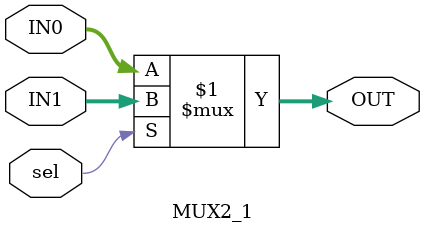
<source format=v>
module MUX2_1 #(parameter WIDTH = 32) (

input wire [WIDTH-1:0] IN0,
input wire [WIDTH-1:0] IN1,
input wire             sel,

output wire [WIDTH-1:0] OUT
);

assign OUT = (sel) ? IN1 : IN0;

endmodule
</source>
